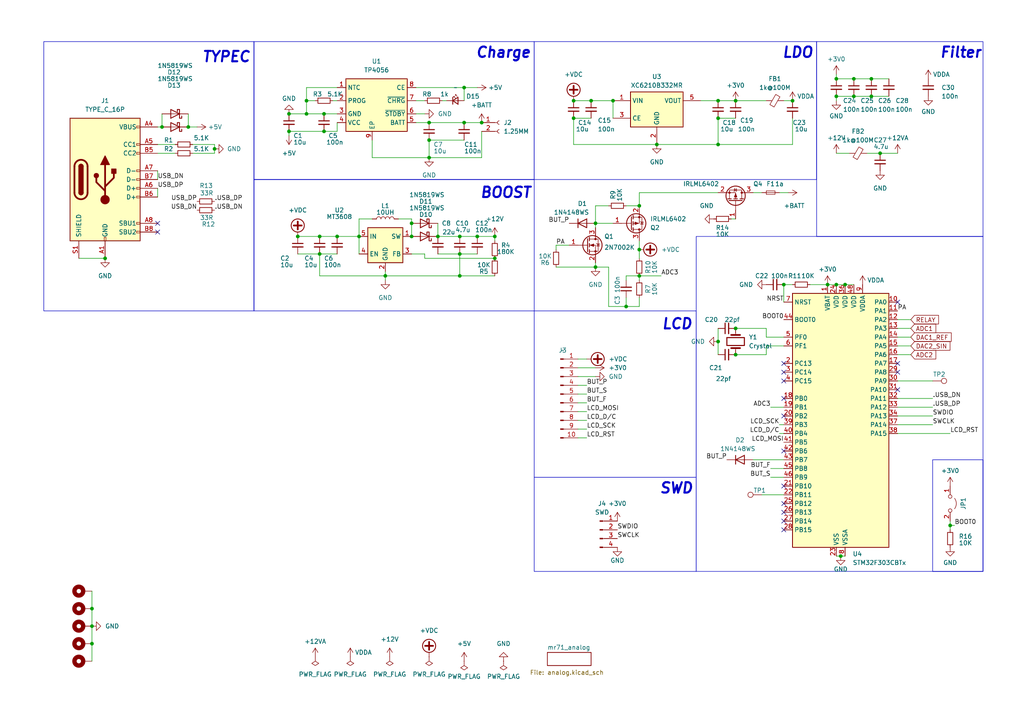
<source format=kicad_sch>
(kicad_sch (version 20231120) (generator "eeschema") (generator_version "8.0")
  (paper "A4")
  (lib_symbols
    (symbol "Battery_Management:TP4056"
      (property "Reference" "U" (at -7.62 8.89 0))
      (property "Value" "TP4056" (at 10.16 8.89 0))
      (symbol "TP4056_1_1"
        (pin input line (at -10.16 5.08 0) (length 2.54) (name "NTC") (number "1"))
        (pin input line (at -10.16 1.27 0) (length 2.54) (name "PROG") (number "2"))
        (pin power_in line (at -10.16 -2.54 0) (length 2.54) (name "GND") (number "3"))
        (pin power_in line (at -10.16 -5.08 0) (length 2.54) (name "VCC") (number "4"))
        (pin power_out line (at 12.7 -5.08 180) (length 2.54) (name "BATT") (number "5"))
        (pin free line (at 12.7 -2.54 180) (length 2.54) (name "~{STDBY}") (number "6"))
        (pin free line (at 12.7 1.27 180) (length 2.54) (name "~{CHRG}") (number "7"))
        (pin input line (at 12.7 5.08 180) (length 2.54) (name "CE") (number "8"))
        (pin input line (at 0 -10.16 90) (length 2.54) (name "EP") (number "9"))
      )
    )
    (symbol "Connector:Conn_01x02_Socket" (pin_names (offset 1.016) hide)
      (property "Reference" "J" (at 0 2.54 0))
      (property "Value" "Conn_01x02_Socket" (at 0 -5.08 0))
      (symbol "Conn_01x02_Socket_1_1"
        (pin passive line (at -5.08 0 0) (length 3.81) (name "Pin_1") (number "1"))
        (pin passive line (at -5.08 -2.54 0) (length 3.81) (name "Pin_2") (number "2"))
      )
    )
    (symbol "Connector:Conn_01x04_Pin" (pin_names (offset 1.016) hide)
      (property "Reference" "J" (at 0 5.08 0))
      (property "Value" "Conn_01x04_Pin" (at 0 -7.62 0))
      (symbol "Conn_01x04_Pin_1_1"
        (pin passive line (at 5.08 2.54 180) (length 3.81) (name "Pin_1") (number "1"))
        (pin passive line (at 5.08 0 180) (length 3.81) (name "Pin_2") (number "2"))
        (pin passive line (at 5.08 -2.54 180) (length 3.81) (name "Pin_3") (number "3"))
        (pin passive line (at 5.08 -5.08 180) (length 3.81) (name "Pin_4") (number "4"))
      )
    )
    (symbol "Connector:Conn_01x10_Pin" (pin_names (offset 1.016) hide)
      (property "Reference" "J" (at 0 12.7 0))
      (property "Value" "Conn_01x10_Pin" (at 0 -15.24 0))
      (symbol "Conn_01x10_Pin_1_1"
        (pin passive line (at 5.08 10.16 180) (length 3.81) (name "Pin_1") (number "1"))
        (pin passive line (at 5.08 -12.7 180) (length 3.81) (name "Pin_10") (number "10"))
        (pin passive line (at 5.08 7.62 180) (length 3.81) (name "Pin_2") (number "2"))
        (pin passive line (at 5.08 5.08 180) (length 3.81) (name "Pin_3") (number "3"))
        (pin passive line (at 5.08 2.54 180) (length 3.81) (name "Pin_4") (number "4"))
        (pin passive line (at 5.08 0 180) (length 3.81) (name "Pin_5") (number "5"))
        (pin passive line (at 5.08 -2.54 180) (length 3.81) (name "Pin_6") (number "6"))
        (pin passive line (at 5.08 -5.08 180) (length 3.81) (name "Pin_7") (number "7"))
        (pin passive line (at 5.08 -7.62 180) (length 3.81) (name "Pin_8") (number "8"))
        (pin passive line (at 5.08 -10.16 180) (length 3.81) (name "Pin_9") (number "9"))
      )
    )
    (symbol "Connector:TestPoint" (pin_numbers hide) (pin_names (offset 0.762) hide)
      (property "Reference" "TP" (at 0 6.858 0))
      (property "Value" "TestPoint" (at 0 5.08 0))
      (symbol "TestPoint_1_1"
        (pin passive line (at 0 0 90) (length 2.54) (name "1") (number "1"))
      )
    )
    (symbol "Connector:USB_C_Receptacle_USB2.0" (pin_names (offset 1.016))
      (property "Reference" "J" (at -10.16 19.05 0))
      (property "Value" "USB_C_Receptacle_USB2.0" (at 19.05 19.05 0))
      (symbol "USB_C_Receptacle_USB2.0_1_1"
        (pin passive line (at 0 -22.86 90) (length 5.08) (name "GND") (number "A1"))
        (pin passive line (at 0 -22.86 90) (length 5.08) hide (name "GND") (number "A12"))
        (pin passive line (at 15.24 15.24 180) (length 5.08) (name "VBUS") (number "A4"))
        (pin bidirectional line (at 15.24 10.16 180) (length 5.08) (name "CC1") (number "A5"))
        (pin bidirectional line (at 15.24 -2.54 180) (length 5.08) (name "D+") (number "A6"))
        (pin bidirectional line (at 15.24 2.54 180) (length 5.08) (name "D-") (number "A7"))
        (pin bidirectional line (at 15.24 -12.7 180) (length 5.08) (name "SBU1") (number "A8"))
        (pin passive line (at 15.24 15.24 180) (length 5.08) hide (name "VBUS") (number "A9"))
        (pin passive line (at 0 -22.86 90) (length 5.08) hide (name "GND") (number "B1"))
        (pin passive line (at 0 -22.86 90) (length 5.08) hide (name "GND") (number "B12"))
        (pin passive line (at 15.24 15.24 180) (length 5.08) hide (name "VBUS") (number "B4"))
        (pin bidirectional line (at 15.24 7.62 180) (length 5.08) (name "CC2") (number "B5"))
        (pin bidirectional line (at 15.24 -5.08 180) (length 5.08) (name "D+") (number "B6"))
        (pin bidirectional line (at 15.24 0 180) (length 5.08) (name "D-") (number "B7"))
        (pin bidirectional line (at 15.24 -15.24 180) (length 5.08) (name "SBU2") (number "B8"))
        (pin passive line (at 15.24 15.24 180) (length 5.08) hide (name "VBUS") (number "B9"))
        (pin passive line (at -7.62 -22.86 90) (length 5.08) (name "SHIELD") (number "S1"))
      )
    )
    (symbol "Device:C_Small" (pin_numbers hide) (pin_names (offset 0.254) hide)
      (property "Reference" "C" (at 0.254 1.778 0))
      (property "Value" "C_Small" (at 0.254 -2.032 0))
      (symbol "C_Small_1_1"
        (pin passive line (at 0 2.54 270) (length 2.032) (name "~") (number "1"))
        (pin passive line (at 0 -2.54 90) (length 2.032) (name "~") (number "2"))
      )
    )
    (symbol "Device:Crystal" (pin_numbers hide) (pin_names (offset 1.016) hide)
      (property "Reference" "Y" (at 0 3.81 0))
      (property "Value" "Crystal" (at 0 -3.81 0))
      (symbol "Crystal_1_1"
        (pin passive line (at -3.81 0 0) (length 1.27) (name "1") (number "1"))
        (pin passive line (at 3.81 0 180) (length 1.27) (name "2") (number "2"))
      )
    )
    (symbol "Device:FerriteBead_Small" (pin_numbers hide) (pin_names (offset 0))
      (property "Reference" "FB" (at 1.905 1.27 0))
      (property "Value" "FerriteBead_Small" (at 1.905 -1.27 0))
      (symbol "FerriteBead_Small_1_1"
        (pin passive line (at 0 2.54 270) (length 1.27) (name "~") (number "1"))
        (pin passive line (at 0 -2.54 90) (length 1.27) (name "~") (number "2"))
      )
    )
    (symbol "Device:Fuse_Small" (pin_numbers hide) (pin_names (offset 0.254) hide)
      (property "Reference" "F" (at 0 -1.524 0))
      (property "Value" "Fuse_Small" (at 0 1.524 0))
      (symbol "Fuse_Small_1_1"
        (pin passive line (at -2.54 0 0) (length 1.27) (name "~") (number "1"))
        (pin passive line (at 2.54 0 180) (length 1.27) (name "~") (number "2"))
      )
    )
    (symbol "Device:L" (pin_numbers hide) (pin_names (offset 1.016) hide)
      (property "Reference" "L" (at -1.27 0 90))
      (property "Value" "L" (at 1.905 0 90))
      (symbol "L_1_1"
        (pin passive line (at 0 3.81 270) (length 1.27) (name "1") (number "1"))
        (pin passive line (at 0 -3.81 90) (length 1.27) (name "2") (number "2"))
      )
    )
    (symbol "Device:LED_Small" (pin_numbers hide) (pin_names (offset 0.254) hide)
      (property "Reference" "D" (at -1.27 3.175 0))
      (property "Value" "LED_Small" (at -4.445 -2.54 0))
      (symbol "LED_Small_1_1"
        (pin passive line (at -2.54 0 0) (length 1.778) (name "K") (number "1"))
        (pin passive line (at 2.54 0 180) (length 1.778) (name "A") (number "2"))
      )
    )
    (symbol "Device:R_Small" (pin_numbers hide) (pin_names (offset 0.254) hide)
      (property "Reference" "R" (at 0.762 0.508 0))
      (property "Value" "R_Small" (at 0.762 -1.016 0))
      (symbol "R_Small_1_1"
        (pin passive line (at 0 2.54 270) (length 0.762) (name "~") (number "1"))
        (pin passive line (at 0 -2.54 90) (length 0.762) (name "~") (number "2"))
      )
    )
    (symbol "Diode:1N4148WS" (pin_numbers hide) (pin_names hide)
      (property "Reference" "D" (at 0 2.54 0))
      (property "Value" "1N4148WS" (at 0 -2.54 0))
      (symbol "1N4148WS_1_1"
        (pin passive line (at -3.81 0 0) (length 2.54) (name "K") (number "1"))
        (pin passive line (at 3.81 0 180) (length 2.54) (name "A") (number "2"))
      )
    )
    (symbol "Diode:1N5819WS" (pin_numbers hide) (pin_names (offset 1.016) hide)
      (property "Reference" "D" (at 0 2.54 0))
      (property "Value" "1N5819WS" (at 0 -2.54 0))
      (symbol "1N5819WS_1_1"
        (pin passive line (at -3.81 0 0) (length 2.54) (name "K") (number "1"))
        (pin passive line (at 3.81 0 180) (length 2.54) (name "A") (number "2"))
      )
    )
    (symbol "Jumper:Jumper_2_Open" (pin_names (offset 0) hide)
      (property "Reference" "JP" (at 0 2.794 0))
      (property "Value" "Jumper_2_Open" (at 0 -2.286 0))
      (symbol "Jumper_2_Open_1_1"
        (pin passive line (at -5.08 0 0) (length 2.54) (name "A") (number "1"))
        (pin passive line (at 5.08 0 180) (length 2.54) (name "B") (number "2"))
      )
    )
    (symbol "MCU_ST_STM32F3:STM32F303CBTx"
      (property "Reference" "U" (at -12.7 39.37 0))
      (property "Value" "STM32F303CBTx" (at 10.16 39.37 0))
      (symbol "STM32F303CBTx_1_1"
        (pin power_in line (at -2.54 40.64 270) (length 2.54) (name "VBAT") (number "1"))
        (pin bidirectional line (at 17.78 35.56 180) (length 2.54) (name "PA0") (number "10"))
        (pin bidirectional line (at 17.78 33.02 180) (length 2.54) (name "PA1") (number "11"))
        (pin bidirectional line (at 17.78 30.48 180) (length 2.54) (name "PA2") (number "12"))
        (pin bidirectional line (at 17.78 27.94 180) (length 2.54) (name "PA3") (number "13"))
        (pin bidirectional line (at 17.78 25.4 180) (length 2.54) (name "PA4") (number "14"))
        (pin bidirectional line (at 17.78 22.86 180) (length 2.54) (name "PA5") (number "15"))
        (pin bidirectional line (at 17.78 20.32 180) (length 2.54) (name "PA6") (number "16"))
        (pin bidirectional line (at 17.78 17.78 180) (length 2.54) (name "PA7") (number "17"))
        (pin bidirectional line (at -15.24 7.62 0) (length 2.54) (name "PB0") (number "18"))
        (pin bidirectional line (at -15.24 5.08 0) (length 2.54) (name "PB1") (number "19"))
        (pin bidirectional line (at -15.24 17.78 0) (length 2.54) (name "PC13") (number "2"))
        (pin bidirectional line (at -15.24 2.54 0) (length 2.54) (name "PB2") (number "20"))
        (pin bidirectional line (at -15.24 -17.78 0) (length 2.54) (name "PB10") (number "21"))
        (pin bidirectional line (at -15.24 -20.32 0) (length 2.54) (name "PB11") (number "22"))
        (pin power_in line (at 0 -38.1 90) (length 2.54) (name "VSS") (number "23"))
        (pin power_in line (at 0 40.64 270) (length 2.54) (name "VDD") (number "24"))
        (pin bidirectional line (at -15.24 -22.86 0) (length 2.54) (name "PB12") (number "25"))
        (pin bidirectional line (at -15.24 -25.4 0) (length 2.54) (name "PB13") (number "26"))
        (pin bidirectional line (at -15.24 -27.94 0) (length 2.54) (name "PB14") (number "27"))
        (pin bidirectional line (at -15.24 -30.48 0) (length 2.54) (name "PB15") (number "28"))
        (pin bidirectional line (at 17.78 15.24 180) (length 2.54) (name "PA8") (number "29"))
        (pin bidirectional line (at -15.24 15.24 0) (length 2.54) (name "PC14") (number "3"))
        (pin bidirectional line (at 17.78 12.7 180) (length 2.54) (name "PA9") (number "30"))
        (pin bidirectional line (at 17.78 10.16 180) (length 2.54) (name "PA10") (number "31"))
        (pin bidirectional line (at 17.78 7.62 180) (length 2.54) (name "PA11") (number "32"))
        (pin bidirectional line (at 17.78 5.08 180) (length 2.54) (name "PA12") (number "33"))
        (pin bidirectional line (at 17.78 2.54 180) (length 2.54) (name "PA13") (number "34"))
        (pin passive line (at 0 -38.1 90) (length 2.54) hide (name "VSS") (number "35"))
        (pin power_in line (at 2.54 40.64 270) (length 2.54) (name "VDD") (number "36"))
        (pin bidirectional line (at 17.78 0 180) (length 2.54) (name "PA14") (number "37"))
        (pin bidirectional line (at 17.78 -2.54 180) (length 2.54) (name "PA15") (number "38"))
        (pin bidirectional line (at -15.24 0 0) (length 2.54) (name "PB3") (number "39"))
        (pin bidirectional line (at -15.24 12.7 0) (length 2.54) (name "PC15") (number "4"))
        (pin bidirectional line (at -15.24 -2.54 0) (length 2.54) (name "PB4") (number "40"))
        (pin bidirectional line (at -15.24 -5.08 0) (length 2.54) (name "PB5") (number "41"))
        (pin bidirectional line (at -15.24 -7.62 0) (length 2.54) (name "PB6") (number "42"))
        (pin bidirectional line (at -15.24 -10.16 0) (length 2.54) (name "PB7") (number "43"))
        (pin input line (at -15.24 30.48 0) (length 2.54) (name "BOOT0") (number "44"))
        (pin bidirectional line (at -15.24 -12.7 0) (length 2.54) (name "PB8") (number "45"))
        (pin bidirectional line (at -15.24 -15.24 0) (length 2.54) (name "PB9") (number "46"))
        (pin passive line (at 0 -38.1 90) (length 2.54) hide (name "VSS") (number "47"))
        (pin power_in line (at 5.08 40.64 270) (length 2.54) (name "VDD") (number "48"))
        (pin bidirectional line (at -15.24 25.4 0) (length 2.54) (name "PF0") (number "5"))
        (pin bidirectional line (at -15.24 22.86 0) (length 2.54) (name "PF1") (number "6"))
        (pin input line (at -15.24 35.56 0) (length 2.54) (name "NRST") (number "7"))
        (pin power_in line (at 2.54 -38.1 90) (length 2.54) (name "VSSA") (number "8"))
        (pin power_in line (at 7.62 40.64 270) (length 2.54) (name "VDDA") (number "9"))
      )
    )
    (symbol "Mechanical:MountingHole_Pad" (pin_numbers hide) (pin_names (offset 1.016) hide)
      (property "Reference" "H" (at 0 6.35 0))
      (property "Value" "MountingHole_Pad" (at 0 4.445 0))
      (symbol "MountingHole_Pad_1_1"
        (pin input line (at 0 -2.54 90) (length 2.54) (name "1") (number "1"))
      )
    )
    (symbol "Regulator_Linear:XC6210B332MR"
      (property "Reference" "U" (at 0 8.89 0))
      (property "Value" "XC6210B332MR" (at 0 6.35 0))
      (symbol "XC6210B332MR_1_1"
        (pin power_in line (at -12.7 2.54 0) (length 5.08) (name "VIN") (number "1"))
        (pin power_in line (at 0 -10.16 90) (length 5.08) (name "GND") (number "2"))
        (pin input line (at -12.7 -2.54 0) (length 5.08) (name "CE") (number "3"))
        (pin no_connect line (at 7.62 -2.54 180) (length 5.08) hide (name "NC") (number "4"))
        (pin power_out line (at 12.7 2.54 180) (length 5.08) (name "VOUT") (number "5"))
      )
    )
    (symbol "Regulator_Switching:MT3608"
      (property "Reference" "U" (at -2.54 8.89 0))
      (property "Value" "MT3608" (at -3.81 6.35 0))
      (symbol "MT3608_1_1"
        (pin passive line (at 7.62 2.54 180) (length 2.54) (name "SW") (number "1"))
        (pin power_in line (at 0 -7.62 90) (length 2.54) (name "GND") (number "2"))
        (pin input line (at 7.62 -2.54 180) (length 2.54) (name "FB") (number "3"))
        (pin input line (at -7.62 -2.54 0) (length 2.54) (name "EN") (number "4"))
        (pin power_in line (at -7.62 2.54 0) (length 2.54) (name "IN") (number "5"))
        (pin no_connect line (at 5.08 0 180) (length 2.54) hide (name "NC") (number "6"))
      )
    )
    (symbol "Transistor_FET:2N7002K" (pin_names hide)
      (property "Reference" "Q" (at 5.08 1.905 0))
      (property "Value" "2N7002K" (at 5.08 0 0))
      (symbol "2N7002K_1_1"
        (pin input line (at -5.08 0 0) (length 2.54) (name "G") (number "1"))
        (pin passive line (at 2.54 -5.08 90) (length 2.54) (name "S") (number "2"))
        (pin passive line (at 2.54 5.08 270) (length 2.54) (name "D") (number "3"))
      )
    )
    (symbol "Transistor_FET:IRLML6402" (pin_names hide)
      (property "Reference" "Q" (at 5.08 1.905 0))
      (property "Value" "IRLML6402" (at 5.08 0 0))
      (symbol "IRLML6402_1_1"
        (pin input line (at -5.08 0 0) (length 2.54) (name "G") (number "1"))
        (pin passive line (at 2.54 -5.08 90) (length 2.54) (name "S") (number "2"))
        (pin passive line (at 2.54 5.08 270) (length 2.54) (name "D") (number "3"))
      )
    )
    (symbol "power:+12V" (power) (pin_names (offset 0))
      (property "Value" "+12V" (at 0 3.556 0))
      (symbol "+12V_1_1"
        (pin power_in line (at 0 0 90) (length 0) hide (name "+12V") (number "1"))
      )
    )
    (symbol "power:+12VA" (power) (pin_names (offset 0))
      (property "Value" "+12VA" (at 0 3.556 0))
      (symbol "+12VA_1_1"
        (pin power_in line (at 0 0 90) (length 0) hide (name "+12VA") (number "1"))
      )
    )
    (symbol "power:+3V0" (power) (pin_names (offset 0))
      (property "Value" "+3V0" (at 0 3.556 0))
      (symbol "+3V0_1_1"
        (pin power_in line (at 0 0 90) (length 0) hide (name "+3V0") (number "1"))
      )
    )
    (symbol "power:+5V" (power) (pin_names (offset 0))
      (property "Value" "+5V" (at 0 3.556 0))
      (symbol "+5V_1_1"
        (pin power_in line (at 0 0 90) (length 0) hide (name "+5V") (number "1"))
      )
    )
    (symbol "power:+BATT" (power) (pin_names (offset 0))
      (property "Value" "+BATT" (at 0 3.556 0))
      (symbol "+BATT_1_1"
        (pin power_in line (at 0 0 90) (length 0) hide (name "+BATT") (number "1"))
      )
    )
    (symbol "power:+VDC" (power) (pin_names (offset 0))
      (property "Value" "+VDC" (at 0 6.35 0))
      (symbol "+VDC_1_1"
        (pin power_in line (at 0 0 90) (length 0) hide (name "+VDC") (number "1"))
      )
    )
    (symbol "power:GND" (power) (pin_names (offset 0))
      (property "Value" "GND" (at 0 -3.81 0))
      (symbol "GND_1_1"
        (pin power_in line (at 0 0 270) (length 0) hide (name "GND") (number "1"))
      )
    )
    (symbol "power:PWR_FLAG" (power) (pin_numbers hide) (pin_names (offset 0) hide)
      (property "Value" "PWR_FLAG" (at 0 3.81 0))
      (symbol "PWR_FLAG_0_0"
        (pin power_out line (at 0 0 90) (length 0) (name "pwr") (number "1"))
      )
    )
    (symbol "power:VDDA" (power) (pin_names (offset 0))
      (property "Value" "VDDA" (at 0 3.81 0))
      (symbol "VDDA_1_1"
        (pin power_in line (at 0 0 90) (length 0) hide (name "VDDA") (number "1"))
      )
    )
  )
  (junction (at 171.45 29.21))
  (junction (at 83.82 38.1))
  (junction (at 127 68.58))
  (junction (at 247.65 22.86))
  (junction (at 172.72 64.77))
  (junction (at 111.76 80.01))
  (junction (at 54.61 36.83))
  (junction (at 208.28 29.21))
  (junction (at 242.57 22.86))
  (junction (at 86.36 68.58))
  (junction (at 83.82 33.02))
  (junction (at 133.35 68.58))
  (junction (at 252.73 22.86))
  (junction (at 92.71 73.66))
  (junction (at 93.98 38.1))
  (junction (at 166.37 29.21))
  (junction (at 62.23 43.18))
  (junction (at 93.98 33.02))
  (junction (at 119.38 68.58))
  (junction (at 185.42 72.39))
  (junction (at 245.11 82.55))
  (junction (at 134.62 35.56))
  (junction (at 139.7 35.56))
  (junction (at 124.46 35.56))
  (junction (at 166.37 34.29))
  (junction (at 190.5 41.91))
  (junction (at 26.67 186.69))
  (junction (at 213.36 102.87))
  (junction (at 92.71 68.58))
  (junction (at 181.61 88.9))
  (junction (at 247.65 27.94))
  (junction (at 213.36 29.21))
  (junction (at 88.9 33.02))
  (junction (at 208.28 99.06))
  (junction (at 243.84 161.29))
  (junction (at 242.57 27.94))
  (junction (at 177.8 29.21))
  (junction (at 185.42 59.69))
  (junction (at 133.35 80.01))
  (junction (at 208.28 34.29))
  (junction (at 124.46 40.64))
  (junction (at 134.62 25.4))
  (junction (at 213.36 95.25))
  (junction (at 88.9 29.21))
  (junction (at 104.14 68.58))
  (junction (at 124.46 45.72))
  (junction (at 229.87 29.21))
  (junction (at 138.43 68.58))
  (junction (at 26.67 176.53))
  (junction (at 240.03 82.55))
  (junction (at 275.59 152.4))
  (junction (at 208.28 41.91))
  (junction (at 172.72 77.47))
  (junction (at 46.99 36.83))
  (junction (at 185.42 80.01))
  (junction (at 26.67 181.61))
  (junction (at 252.73 27.94))
  (junction (at 30.48 74.93))
  (junction (at 242.57 82.55))
  (junction (at 97.79 68.58))
  (junction (at 133.35 73.66))
  (junction (at 143.51 68.58))
  (junction (at 227.33 82.55))
  (junction (at 255.27 44.45))
  (junction (at 143.51 74.93))
  (junction (at 119.38 64.77))
  (no_connect (at 227.33 130.81))
  (no_connect (at 227.33 110.49))
  (no_connect (at 227.33 120.65))
  (no_connect (at 45.72 67.31))
  (no_connect (at 260.35 107.95))
  (no_connect (at 260.35 105.41))
  (no_connect (at 227.33 107.95))
  (no_connect (at 227.33 153.67))
  (no_connect (at 45.72 64.77))
  (no_connect (at 227.33 151.13))
  (no_connect (at 260.35 113.03))
  (no_connect (at 227.33 105.41))
  (no_connect (at 227.33 140.97))
  (no_connect (at 260.35 87.63))
  (no_connect (at 227.33 115.57))
  (no_connect (at 227.33 146.05))
  (no_connect (at 227.33 148.59))
  (wire (pts (xy 208.28 41.91) (xy 208.28 34.29)))
  (wire (pts (xy 218.44 55.88) (xy 220.98 55.88)))
  (wire (pts (xy 167.64 124.46) (xy 170.18 124.46)))
  (wire (pts (xy 124.46 40.64) (xy 134.62 40.64)))
  (wire (pts (xy 54.61 33.02) (xy 54.61 36.83)))
  (wire (pts (xy 166.37 29.21) (xy 171.45 29.21)))
  (wire (pts (xy 161.29 71.12) (xy 165.1 71.12)))
  (wire (pts (xy 46.99 36.83) (xy 45.72 36.83)))
  (wire (pts (xy 223.52 118.11) (xy 227.33 118.11)))
  (wire (pts (xy 127 64.77) (xy 127 68.58)))
  (wire (pts (xy 222.25 97.79) (xy 227.33 97.79)))
  (wire (pts (xy 134.62 25.4) (xy 134.62 29.21)))
  (wire (pts (xy 107.95 63.5) (xy 104.14 63.5)))
  (wire (pts (xy 107.95 40.64) (xy 107.95 45.72)))
  (wire (pts (xy 242.57 27.94) (xy 247.65 27.94)))
  (wire (pts (xy 57.15 36.83) (xy 54.61 36.83)))
  (wire (pts (xy 185.42 88.9) (xy 181.61 88.9)))
  (wire (pts (xy 115.57 63.5) (xy 119.38 63.5)))
  (wire (pts (xy 45.72 44.45) (xy 50.8 44.45)))
  (wire (pts (xy 185.42 55.88) (xy 185.42 59.69)))
  (wire (pts (xy 227.33 100.33) (xy 222.25 100.33)))
  (wire (pts (xy 172.72 77.47) (xy 172.72 76.2)))
  (wire (pts (xy 96.52 29.21) (xy 97.79 29.21)))
  (wire (pts (xy 191.77 80.01) (xy 185.42 80.01)))
  (wire (pts (xy 185.42 69.85) (xy 185.42 72.39)))
  (wire (pts (xy 190.5 41.91) (xy 208.28 41.91)))
  (wire (pts (xy 181.61 80.01) (xy 185.42 80.01)))
  (wire (pts (xy 222.25 100.33) (xy 222.25 102.87)))
  (wire (pts (xy 170.18 119.38) (xy 167.64 119.38)))
  (wire (pts (xy 92.71 68.58) (xy 97.79 68.58)))
  (wire (pts (xy 172.72 59.69) (xy 176.53 59.69)))
  (wire (pts (xy 222.25 102.87) (xy 213.36 102.87)))
  (wire (pts (xy 161.29 77.47) (xy 172.72 77.47)))
  (wire (pts (xy 45.72 41.91) (xy 50.8 41.91)))
  (wire (pts (xy 86.36 73.66) (xy 92.71 73.66)))
  (wire (pts (xy 234.95 82.55) (xy 240.03 82.55)))
  (wire (pts (xy 139.7 38.1) (xy 139.7 45.72)))
  (wire (pts (xy 203.2 29.21) (xy 208.28 29.21)))
  (wire (pts (xy 124.46 35.56) (xy 134.62 35.56)))
  (wire (pts (xy 128.27 29.21) (xy 129.54 29.21)))
  (wire (pts (xy 181.61 81.28) (xy 181.61 80.01)))
  (wire (pts (xy 185.42 81.28) (xy 185.42 80.01)))
  (wire (pts (xy 143.51 68.58) (xy 143.51 69.85)))
  (wire (pts (xy 119.38 63.5) (xy 119.38 64.77)))
  (wire (pts (xy 166.37 41.91) (xy 190.5 41.91)))
  (wire (pts (xy 133.35 73.66) (xy 133.35 80.01)))
  (wire (pts (xy 45.72 54.61) (xy 45.72 57.15)))
  (wire (pts (xy 243.84 161.29) (xy 245.11 161.29)))
  (wire (pts (xy 93.98 33.02) (xy 97.79 33.02)))
  (wire (pts (xy 123.19 73.66) (xy 123.19 74.93)))
  (wire (pts (xy 91.44 29.21) (xy 88.9 29.21)))
  (wire (pts (xy 247.65 27.94) (xy 252.73 27.94)))
  (wire (pts (xy 252.73 27.94) (xy 257.81 27.94)))
  (wire (pts (xy 223.52 138.43) (xy 227.33 138.43)))
  (wire (pts (xy 260.35 110.49) (xy 270.51 110.49)))
  (wire (pts (xy 264.16 97.79) (xy 260.35 97.79)))
  (wire (pts (xy 119.38 73.66) (xy 123.19 73.66)))
  (wire (pts (xy 242.57 21.59) (xy 242.57 22.86)))
  (wire (pts (xy 111.76 80.01) (xy 111.76 78.74)))
  (wire (pts (xy 260.35 118.11) (xy 270.51 118.11)))
  (wire (pts (xy 222.25 95.25) (xy 222.25 97.79)))
  (wire (pts (xy 213.36 95.25) (xy 222.25 95.25)))
  (wire (pts (xy 260.35 120.65) (xy 270.51 120.65)))
  (wire (pts (xy 127 73.66) (xy 133.35 73.66)))
  (wire (pts (xy 167.64 109.22) (xy 172.72 109.22)))
  (wire (pts (xy 170.18 114.3) (xy 167.64 114.3)))
  (wire (pts (xy 46.99 33.02) (xy 46.99 36.83)))
  (wire (pts (xy 55.88 41.91) (xy 62.23 41.91)))
  (wire (pts (xy 247.65 22.86) (xy 252.73 22.86)))
  (wire (pts (xy 111.76 80.01) (xy 133.35 80.01)))
  (wire (pts (xy 181.61 59.69) (xy 185.42 59.69)))
  (wire (pts (xy 229.87 82.55) (xy 227.33 82.55)))
  (wire (pts (xy 139.7 45.72) (xy 124.46 45.72)))
  (wire (pts (xy 177.8 29.21) (xy 177.8 34.29)))
  (wire (pts (xy 275.59 125.73) (xy 260.35 125.73)))
  (wire (pts (xy 26.67 186.69) (xy 26.67 191.77)))
  (wire (pts (xy 166.37 41.91) (xy 166.37 34.29)))
  (wire (pts (xy 161.29 72.39) (xy 161.29 71.12)))
  (wire (pts (xy 176.53 77.47) (xy 172.72 77.47)))
  (wire (pts (xy 264.16 100.33) (xy 260.35 100.33)))
  (wire (pts (xy 83.82 38.1) (xy 93.98 38.1)))
  (wire (pts (xy 97.79 35.56) (xy 97.79 38.1)))
  (wire (pts (xy 167.64 106.68) (xy 172.72 106.68)))
  (wire (pts (xy 127 68.58) (xy 133.35 68.58)))
  (wire (pts (xy 104.14 63.5) (xy 104.14 68.58)))
  (wire (pts (xy 242.57 161.29) (xy 243.84 161.29)))
  (wire (pts (xy 83.82 39.37) (xy 83.82 38.1)))
  (wire (pts (xy 97.79 38.1) (xy 93.98 38.1)))
  (wire (pts (xy 133.35 80.01) (xy 143.51 80.01)))
  (wire (pts (xy 208.28 95.25) (xy 208.28 99.06)))
  (wire (pts (xy 22.86 74.93) (xy 30.48 74.93)))
  (wire (pts (xy 170.18 104.14) (xy 167.64 104.14)))
  (wire (pts (xy 213.36 29.21) (xy 222.25 29.21)))
  (wire (pts (xy 185.42 88.9) (xy 185.42 86.36)))
  (wire (pts (xy 181.61 86.36) (xy 181.61 88.9)))
  (wire (pts (xy 92.71 80.01) (xy 92.71 73.66)))
  (wire (pts (xy 167.64 127) (xy 170.18 127)))
  (wire (pts (xy 171.45 29.21) (xy 177.8 29.21)))
  (wire (pts (xy 138.43 68.58) (xy 143.51 68.58)))
  (wire (pts (xy 252.73 22.86) (xy 257.81 22.86)))
  (wire (pts (xy 240.03 82.55) (xy 242.57 82.55)))
  (wire (pts (xy 242.57 44.45) (xy 246.38 44.45)))
  (wire (pts (xy 138.43 25.4) (xy 134.62 25.4)))
  (wire (pts (xy 166.37 34.29) (xy 171.45 34.29)))
  (wire (pts (xy 177.8 64.77) (xy 172.72 64.77)))
  (wire (pts (xy 134.62 25.4) (xy 120.65 25.4)))
  (wire (pts (xy 255.27 44.45) (xy 260.35 44.45)))
  (wire (pts (xy 275.59 151.13) (xy 275.59 152.4)))
  (wire (pts (xy 133.35 68.58) (xy 138.43 68.58)))
  (wire (pts (xy 111.76 81.28) (xy 111.76 80.01)))
  (wire (pts (xy 88.9 33.02) (xy 93.98 33.02)))
  (wire (pts (xy 172.72 64.77) (xy 172.72 59.69)))
  (wire (pts (xy 26.67 171.45) (xy 26.67 176.53)))
  (wire (pts (xy 226.06 55.88) (xy 228.6 55.88)))
  (wire (pts (xy 45.72 49.53) (xy 45.72 52.07)))
  (wire (pts (xy 92.71 80.01) (xy 111.76 80.01)))
  (wire (pts (xy 264.16 102.87) (xy 260.35 102.87)))
  (wire (pts (xy 264.16 95.25) (xy 260.35 95.25)))
  (wire (pts (xy 170.18 111.76) (xy 167.64 111.76)))
  (wire (pts (xy 119.38 64.77) (xy 119.38 68.58)))
  (wire (pts (xy 62.23 41.91) (xy 62.23 43.18)))
  (wire (pts (xy 97.79 68.58) (xy 104.14 68.58)))
  (wire (pts (xy 167.64 121.92) (xy 170.18 121.92)))
  (wire (pts (xy 227.33 29.21) (xy 229.87 29.21)))
  (wire (pts (xy 242.57 82.55) (xy 245.11 82.55)))
  (wire (pts (xy 223.52 135.89) (xy 227.33 135.89)))
  (wire (pts (xy 134.62 35.56) (xy 139.7 35.56)))
  (wire (pts (xy 275.59 152.4) (xy 276.86 152.4)))
  (wire (pts (xy 133.35 73.66) (xy 138.43 73.66)))
  (wire (pts (xy 208.28 34.29) (xy 213.36 34.29)))
  (wire (pts (xy 104.14 68.58) (xy 104.14 73.66)))
  (wire (pts (xy 123.19 33.02) (xy 120.65 33.02)))
  (wire (pts (xy 83.82 33.02) (xy 88.9 33.02)))
  (wire (pts (xy 242.57 29.21) (xy 242.57 27.94)))
  (wire (pts (xy 107.95 45.72) (xy 124.46 45.72)))
  (wire (pts (xy 97.79 25.4) (xy 88.9 25.4)))
  (wire (pts (xy 86.36 68.58) (xy 92.71 68.58)))
  (wire (pts (xy 251.46 44.45) (xy 255.27 44.45)))
  (wire (pts (xy 88.9 25.4) (xy 88.9 29.21)))
  (wire (pts (xy 220.98 143.51) (xy 227.33 143.51)))
  (wire (pts (xy 260.35 123.19) (xy 270.51 123.19)))
  (wire (pts (xy 208.28 29.21) (xy 213.36 29.21)))
  (wire (pts (xy 92.71 73.66) (xy 97.79 73.66)))
  (wire (pts (xy 229.87 34.29) (xy 229.87 41.91)))
  (wire (pts (xy 26.67 181.61) (xy 26.67 186.69)))
  (wire (pts (xy 218.44 133.35) (xy 227.33 133.35)))
  (wire (pts (xy 260.35 115.57) (xy 270.51 115.57)))
  (wire (pts (xy 226.06 125.73) (xy 227.33 125.73)))
  (wire (pts (xy 181.61 88.9) (xy 176.53 88.9)))
  (wire (pts (xy 170.18 116.84) (xy 167.64 116.84)))
  (wire (pts (xy 176.53 77.47) (xy 176.53 88.9)))
  (wire (pts (xy 62.23 43.18) (xy 62.23 44.45)))
  (wire (pts (xy 208.28 55.88) (xy 185.42 55.88)))
  (wire (pts (xy 226.06 123.19) (xy 227.33 123.19)))
  (wire (pts (xy 55.88 44.45) (xy 62.23 44.45)))
  (wire (pts (xy 212.09 63.5) (xy 213.36 63.5)))
  (wire (pts (xy 227.33 82.55) (xy 227.33 87.63)))
  (wire (pts (xy 275.59 152.4) (xy 275.59 153.67)))
  (wire (pts (xy 208.28 99.06) (xy 208.28 102.87)))
  (wire (pts (xy 245.11 82.55) (xy 247.65 82.55)))
  (wire (pts (xy 242.57 22.86) (xy 247.65 22.86)))
  (wire (pts (xy 88.9 29.21) (xy 88.9 33.02)))
  (wire (pts (xy 172.72 64.77) (xy 172.72 66.04)))
  (wire (pts (xy 264.16 92.71) (xy 260.35 92.71)))
  (wire (pts (xy 185.42 72.39) (xy 185.42 74.93)))
  (wire (pts (xy 120.65 35.56) (xy 124.46 35.56)))
  (wire (pts (xy 229.87 41.91) (xy 208.28 41.91)))
  (wire (pts (xy 120.65 29.21) (xy 123.19 29.21)))
  (wire (pts (xy 123.19 74.93) (xy 143.51 74.93)))
  (wire (pts (xy 124.46 40.64) (xy 124.46 45.72)))
  (wire (pts (xy 26.67 176.53) (xy 26.67 181.61)))
  (rectangle (start 201.93 68.58) (end 285.115 165.735))
  (rectangle (start 270.51 133.35) (end 285.115 165.735))
  (rectangle (start 154.94 12.065) (end 236.855 52.07))
  (rectangle (start 73.66 52.07) (end 154.94 90.17))
  (rectangle (start 154.94 138.43) (end 201.93 165.735))
  (rectangle (start 73.66 12.065) (end 154.94 52.07))
  (rectangle (start 12.7 12.065) (end 73.66 90.17))
  (rectangle (start 154.94 90.17) (end 201.93 138.43))
  (rectangle (start 236.855 12.065) (end 285.115 68.58))
  (text "SWD" (at 191.135 143.51 0) (effects (font (size 3 3) (bold yes) (italic yes)) (justify left bottom)))
  (text "BOOST\n" (at 139.065 57.785 0) (effects (font (size 3 3) (thickness 0.6) (bold yes) (italic yes)) (justify left bottom)))
  (text "TYPEC" (at 58.42 18.415 0) (effects (font (size 3 3) (thickness 0.6) (bold yes) (italic yes)) (justify left bottom)))
  (text "LDO" (at 226.695 17.145 0) (effects (font (size 3 3) (bold yes) (italic yes)) (justify left bottom)))
  (text "Charge" (at 137.795 17.145 0) (effects (font (size 3 3) (bold yes) (italic yes)) (justify left bottom)))
  (text "Filter" (at 272.415 17.145 0) (effects (font (size 3 3) (bold yes) (italic yes)) (justify left bottom)))
  (text "LCD" (at 191.77 95.885 0) (effects (font (size 3 3) (bold yes) (italic yes)) (justify left bottom)))
  (label "BUT_S" (at 223.52 138.43 180))
  (label "BUT_P" (at 165.1 64.77 180))
  (label "SWDIO" (at 179.07 153.67 0))
  (label ".USB_DP" (at 270.51 118.11 0))
  (label "PA" (at 260.35 90.17 0))
  (label "BUT_P" (at 170.18 111.76 0))
  (label "LCD_SCK" (at 226.06 123.19 180))
  (label "BOOT0" (at 227.33 92.71 180))
  (label "LCD_D{slash}C" (at 170.18 121.92 0))
  (label "LCD_D{slash}C" (at 226.06 125.73 180))
  (label "USB_DP" (at 45.72 54.61 0))
  (label "SWCLK" (at 179.07 156.21 0))
  (label "BUT_F" (at 223.52 135.89 180))
  (label "SWDIO" (at 270.51 120.65 0))
  (label ".USB_DN" (at 270.51 115.57 0))
  (label "ADC3" (at 191.77 80.01 0))
  (label "LCD_MOSI" (at 170.18 119.38 0))
  (label ".USB_DP" (at 62.23 58.42 0))
  (label "BUT_S" (at 170.18 114.3 0))
  (label "USB_DP" (at 57.15 58.42 180))
  (label "LCD_RST" (at 170.18 127 0))
  (label "ADC3" (at 223.52 118.11 180))
  (label "NRST" (at 227.33 87.63 180))
  (label "LCD_RST" (at 275.59 125.73 0))
  (label "LCD_MOSI" (at 227.33 128.27 180))
  (label "PA" (at 161.29 71.12 0))
  (label "USB_DN" (at 57.15 60.96 180))
  (label "SWCLK" (at 270.51 123.19 0))
  (label "LCD_SCK" (at 170.18 124.46 0))
  (label ".USB_DN" (at 62.23 60.96 0))
  (label "BUT_P" (at 210.82 133.35 180))
  (label "USB_DN" (at 45.72 52.07 0))
  (label "BOOT0" (at 276.86 152.4 0))
  (label "BUT_F" (at 170.18 116.84 0))
  (global_label "DAC2_SIN" (shape input) (at 264.16 100.33 0) (property "Intersheetrefs" "${INTERSHEET_REFS}" (effects (hide yes))))
  (global_label "ADC2" (shape input) (at 264.16 102.87 0) (property "Intersheetrefs" "${INTERSHEET_REFS}" (effects (hide yes))))
  (global_label "DAC1_REF" (shape input) (at 264.16 97.79 0) (property "Intersheetrefs" "${INTERSHEET_REFS}" (effects (hide yes))))
  (global_label "RELAY" (shape input) (at 264.16 92.71 0) (property "Intersheetrefs" "${INTERSHEET_REFS}" (effects (hide yes))))
  (global_label "ADC1" (shape input) (at 264.16 95.25 0) (property "Intersheetrefs" "${INTERSHEET_REFS}" (effects (hide yes))))
  (symbol (lib_id "Device:R_Small") (at 125.73 29.21 90) (unit 1)
    (property "Reference" "R8" (at 123.825 27.305 90))
    (property "Value" "1k" (at 128.905 27.305 90))
    (property "Footprint" "Resistor_SMD:R_0603_1608Metric" (effects (hide yes)))
  )
  (symbol (lib_id "power:GND") (at 190.5 41.91 0) (unit 1)
    (property "Reference" "#PWR030" (effects (hide yes)))
    (property "Value" "GND" (at 190.5 46.99 0))
  )
  (symbol (lib_id "power:GND") (at 222.25 82.55 270) (unit 1)
    (property "Reference" "#PWR035" (effects (hide yes)))
    (property "Value" "GND" (at 218.44 82.55 90) (effects (justify right)))
  )
  (symbol (lib_id "Mechanical:MountingHole_Pad") (at 24.13 176.53 90) (unit 1)
    (property "Reference" "H1" (effects (hide yes)))
    (property "Value" "MountingHole_Pad" (effects (hide yes)))
    (property "Footprint" "MountingHole:MountingHole_3.2mm_M3_Pad_Via" (effects (hide yes)))
  )
  (symbol (lib_id "Device:C_Small") (at 166.37 31.75 0) (unit 1)
    (property "Reference" "C14" (at 167.64 35.56 0) (effects (justify left)))
    (property "Value" "10u" (at 167.005 37.465 0) (effects (justify left)))
    (property "Footprint" "Capacitor_SMD:C_0603_1608Metric" (effects (hide yes)))
  )
  (symbol (lib_id "power:+12V") (at 113.03 190.5 0) (unit 1)
    (property "Reference" "#PWR010" (effects (hide yes)))
    (property "Value" "+12V" (at 113.03 185.42 0))
  )
  (symbol (lib_id "power:+5V") (at 138.43 25.4 270) (unit 1)
    (property "Reference" "#PWR011" (effects (hide yes)))
    (property "Value" "+5V" (at 141.605 25.4 90) (effects (justify left)))
  )
  (symbol (lib_id "power:+VDC") (at 185.42 72.39 270) (unit 1)
    (property "Reference" "#PWR028" (effects (hide yes)))
    (property "Value" "+VDC" (at 191.77 72.39 90) (effects (justify left)))
  )
  (symbol (lib_id "Diode:1N4148WS") (at 168.91 64.77 0) (unit 1)
    (property "Reference" "D1" (at 168.91 59.055 0))
    (property "Value" "1N4148WS" (at 165.735 61.595 0))
    (property "Footprint" "Diode_SMD:D_SOD-323" (effects (hide yes)))
    (property "Datasheet" "https://www.vishay.com/docs/85751/1n4148ws.pdf" (effects (hide yes)))
    (property "Sim.Device" "D" (effects (hide yes)))
    (property "Sim.Pins" "1=K 2=A" (effects (hide yes)))
  )
  (symbol (lib_id "power:GND") (at 123.19 33.02 90) (unit 1)
    (property "Reference" "#PWR012" (effects (hide yes)))
    (property "Value" "GND" (at 127 33.02 90) (effects (justify right)))
  )
  (symbol (lib_id "power:+VDC") (at 170.18 104.14 270) (unit 1)
    (property "Reference" "#PWR021" (effects (hide yes)))
    (property "Value" "+VDC" (at 176.53 104.14 90) (effects (justify left)))
  )
  (symbol (lib_id "power:+VDC") (at 124.46 190.5 0) (unit 1)
    (property "Reference" "#PWR014" (effects (hide yes)))
    (property "Value" "+VDC" (at 124.46 182.88 0))
  )
  (symbol (lib_id "power:+3V0") (at 213.36 29.21 0) (unit 1)
    (property "Reference" "#PWR032" (effects (hide yes)))
    (property "Value" "+3V0" (at 213.36 24.765 0))
  )
  (symbol (lib_id "Diode:1N5819WS") (at 50.8 36.83 180) (unit 1)
    (property "Reference" "D13" (at 50.4825 24.765 0))
    (property "Value" "1N5819WS" (at 50.8 22.86 0))
    (property "Footprint" "Diode_SMD:D_SOD-323" (effects (hide yes)))
    (property "Datasheet" "https://datasheet.lcsc.com/lcsc/2204281430_Guangdong-Hottech-1N5819WS_C191023.pdf" (effects (hide yes)))
  )
  (symbol (lib_id "Diode:1N5819WS") (at 50.8 33.02 180) (unit 1)
    (property "Reference" "D12" (at 50.4825 20.955 0))
    (property "Value" "1N5819WS" (at 50.8 19.05 0))
    (property "Footprint" "Diode_SMD:D_SOD-323" (effects (hide yes)))
    (property "Datasheet" "https://datasheet.lcsc.com/lcsc/2204281430_Guangdong-Hottech-1N5819WS_C191023.pdf" (effects (hide yes)))
  )
  (symbol (lib_id "power:VDDA") (at 101.6 190.5 0) (unit 1)
    (property "Reference" "#PWR08" (effects (hide yes)))
    (property "Value" "VDDA" (at 105.41 189.23 0))
  )
  (symbol (lib_id "power:GND") (at 172.72 109.22 90) (unit 1)
    (property "Reference" "#PWR023" (effects (hide yes)))
    (property "Value" "GND" (at 176.53 109.22 90) (effects (justify right)))
  )
  (symbol (lib_id "Connector:Conn_01x02_Socket") (at 144.78 35.56 0) (unit 1)
    (property "Reference" "J2" (at 146.05 35.56 0) (effects (justify left)))
    (property "Value" "1.25MM" (at 146.05 38.1 0) (effects (justify left)))
    (property "Footprint" "Battery:Battery_1x18650_smd" (effects (hide yes)))
  )
  (symbol (lib_id "Device:C_Small") (at 210.82 102.87 90) (unit 1)
    (property "Reference" "C21" (at 209.55 106.68 90) (effects (justify left)))
    (property "Value" "22pf" (at 212.09 109.855 90) (effects (justify left)))
    (property "Footprint" "Capacitor_SMD:C_0402_1005Metric_Pad0.74x0.62mm_HandSolder" (effects (hide yes)))
  )
  (symbol (lib_id "Device:C_Small") (at 247.65 25.4 0) (unit 1)
    (property "Reference" "C25" (at 249.555 29.21 0) (effects (justify left)))
    (property "Value" "100n" (at 249.555 31.75 0) (effects (justify left)))
    (property "Footprint" "Capacitor_SMD:C_0603_1608Metric" (effects (hide yes)))
  )
  (symbol (lib_id "Mechanical:MountingHole_Pad") (at 24.13 171.45 90) (unit 1)
    (property "Reference" "H5" (effects (hide yes)))
    (property "Value" "MountingHole_Pad" (effects (hide yes)))
    (property "Footprint" "MountingHole:MountingHole_3.2mm_M3_Pad_Via" (effects (hide yes)))
  )
  (symbol (lib_id "power:+3V0") (at 240.03 82.55 0) (unit 1)
    (property "Reference" "#PWR037" (effects (hide yes)))
    (property "Value" "+3V0" (at 240.03 78.105 0))
  )
  (symbol (lib_id "power:GND") (at 26.67 181.61 90) (unit 1)
    (property "Reference" "#PWR031" (effects (hide yes)))
    (property "Value" "GND" (at 30.48 181.61 90) (effects (justify right)))
  )
  (symbol (lib_id "power:GND") (at 83.82 33.02 180) (unit 1)
    (property "Reference" "#PWR04" (effects (hide yes)))
    (property "Value" "GND" (at 83.82 28.575 0))
  )
  (symbol (lib_id "Device:R_Small") (at 53.34 41.91 90) (unit 1)
    (property "Reference" "R1" (at 48.895 40.64 90))
    (property "Value" "5.1K" (at 58.42 40.005 90))
    (property "Footprint" "Resistor_SMD:R_0603_1608Metric" (effects (hide yes)))
  )
  (symbol (lib_id "Device:C_Small") (at 255.27 46.99 0) (unit 1)
    (property "Reference" "C27" (at 253.365 40.64 0) (effects (justify left)))
    (property "Value" "4.7u" (at 253.365 42.545 0) (effects (justify left)))
    (property "Footprint" "Capacitor_SMD:C_0603_1608Metric" (effects (hide yes)))
  )
  (symbol (lib_id "Connector:TestPoint") (at 270.51 110.49 270) (unit 1)
    (property "Reference" "TP2" (at 272.415 108.585 90))
    (property "Value" "TestPoint" (effects (hide yes)))
    (property "Footprint" "TestPoint:TestPoint_Pad_D1.5mm" (effects (hide yes)))
  )
  (symbol (lib_id "power:+12VA") (at 91.44 190.5 0) (unit 1)
    (property "Reference" "#PWR07" (effects (hide yes)))
    (property "Value" "+12VA" (at 91.44 186.055 0))
  )
  (symbol (lib_id "Device:R_Small") (at 185.42 77.47 180) (unit 1)
    (property "Reference" "R10" (at 187.96 77.47 90))
    (property "Value" "10K" (at 189.865 77.47 90))
    (property "Footprint" "Resistor_SMD:R_0603_1608Metric" (effects (hide yes)))
  )
  (symbol (lib_id "power:GND") (at 243.84 161.29 0) (unit 1)
    (property "Reference" "#PWR041" (effects (hide yes)))
    (property "Value" "GND" (at 243.84 165.1 0))
  )
  (symbol (lib_id "Device:C_Small") (at 171.45 31.75 0) (unit 1)
    (property "Reference" "C15" (at 173.355 34.925 0) (effects (justify left)))
    (property "Value" "100n" (at 173.355 37.465 0) (effects (justify left)))
    (property "Footprint" "Capacitor_SMD:C_0603_1608Metric" (effects (hide yes)))
  )
  (symbol (lib_id "power:GND") (at 146.05 191.77 180) (unit 1)
    (property "Reference" "#PWR018" (effects (hide yes)))
    (property "Value" "GND" (at 146.05 186.69 0))
  )
  (symbol (lib_id "power:+12V") (at 143.51 68.58 0) (unit 1)
    (property "Reference" "#PWR017" (effects (hide yes)))
    (property "Value" "+12V" (at 143.51 63.5 0))
  )
  (symbol (lib_id "power:+3V0") (at 242.57 21.59 0) (unit 1)
    (property "Reference" "#PWR039" (effects (hide yes)))
    (property "Value" "+3V0" (at 242.57 17.145 0))
  )
  (symbol (lib_id "Device:Crystal") (at 213.36 99.06 90) (unit 1)
    (property "Reference" "Y1" (at 217.17 97.79 90) (effects (justify right)))
    (property "Value" "Crystal" (at 217.17 100.33 90) (effects (justify right)))
    (property "Footprint" "Crystal:Crystal_HC49-4H_Vertical" (effects (hide yes)))
  )
  (symbol (lib_id "Device:C_Small") (at 224.79 82.55 90) (unit 1)
    (property "Reference" "C22" (at 222.885 80.01 90) (effects (justify left)))
    (property "Value" "100n" (at 228.6 80.01 90) (effects (justify left)))
    (property "Footprint" "Capacitor_SMD:C_0603_1608Metric" (effects (hide yes)))
  )
  (symbol (lib_id "power:+VDC") (at 86.36 68.58 0) (unit 1)
    (property "Reference" "#PWR06" (effects (hide yes)))
    (property "Value" "+VDC" (at 86.36 60.96 0))
  )
  (symbol (lib_id "Device:R_Small") (at 143.51 77.47 180) (unit 1)
    (property "Reference" "R5" (at 140.335 78.74 0))
    (property "Value" "10K" (at 140.335 76.835 0))
    (property "Footprint" "Resistor_SMD:R_0603_1608Metric" (effects (hide yes)))
  )
  (symbol (lib_id "power:+5V") (at 134.62 191.77 0) (unit 1)
    (property "Reference" "#PWR015" (effects (hide yes)))
    (property "Value" "+5V" (at 134.62 186.69 0))
  )
  (symbol (lib_id "Device:R_Small") (at 275.59 156.21 180) (unit 1)
    (property "Reference" "R16" (at 280.035 155.575 0))
    (property "Value" "10K" (at 280.035 157.48 0))
    (property "Footprint" "Resistor_SMD:R_0603_1608Metric" (effects (hide yes)))
  )
  (symbol (lib_id "power:GND") (at 172.72 77.47 0) (unit 1)
    (property "Reference" "#PWR020" (effects (hide yes)))
    (property "Value" "GND" (at 172.72 82.55 0))
  )
  (symbol (lib_id "Device:C_Small") (at 269.24 25.4 0) (unit 1)
    (property "Reference" "C30" (at 273.05 25.4 0) (effects (justify left)))
    (property "Value" "100n" (at 273.05 27.94 0) (effects (justify left)))
    (property "Footprint" "Capacitor_SMD:C_0603_1608Metric" (effects (hide yes)))
  )
  (symbol (lib_id "Device:C_Small") (at 127 71.12 0) (unit 1)
    (property "Reference" "C8" (at 130.81 64.77 0) (effects (justify right)))
    (property "Value" "22u" (at 128.27 67.31 0) (effects (justify left)))
    (property "Footprint" "Capacitor_SMD:C_1206_3216Metric" (effects (hide yes)))
  )
  (symbol (lib_id "Device:R_Small") (at 185.42 83.82 180) (unit 1)
    (property "Reference" "R7" (at 187.96 83.82 90))
    (property "Value" "10K" (at 189.865 83.82 90))
    (property "Footprint" "Resistor_SMD:R_0603_1608Metric" (effects (hide yes)))
  )
  (symbol (lib_id "power:+3V0") (at 172.72 106.68 270) (unit 1)
    (property "Reference" "#PWR022" (effects (hide yes)))
    (property "Value" "+3V0" (at 176.53 106.68 90) (effects (justify left)))
  )
  (symbol (lib_id "Battery_Management:TP4056") (at 107.95 30.48 0) (unit 1)
    (property "Reference" "U1" (at 109.22 17.78 0))
    (property "Value" "TP4056" (at 109.22 20.32 0))
    (property "Footprint" "Package_SO:SOIC-8-1EP_3.9x4.9mm_P1.27mm_EP2.41x3.3mm_ThermalVias" (effects (hide yes)))
  )
  (symbol (lib_id "power:GND") (at 269.24 27.94 0) (unit 1)
    (property "Reference" "#PWR046" (effects (hide yes)))
    (property "Value" "GND" (at 269.24 32.385 0))
  )
  (symbol (lib_id "power:+3V0") (at 179.07 151.13 0) (unit 1)
    (property "Reference" "#PWR025" (effects (hide yes)))
    (property "Value" "+3V0" (at 179.07 146.05 0))
  )
  (symbol (lib_id "Device:R_Small") (at 161.29 74.93 180) (unit 1)
    (property "Reference" "R6" (at 158.115 76.2 0))
    (property "Value" "10K" (at 158.115 74.295 0))
    (property "Footprint" "Resistor_SMD:R_0603_1608Metric" (effects (hide yes)))
  )
  (symbol (lib_id "Connector:Conn_01x04_Pin") (at 173.99 153.67 0) (unit 1)
    (property "Reference" "J4" (at 174.625 146.05 0))
    (property "Value" "SWD" (at 174.625 148.59 0))
    (property "Footprint" "Connector_PinHeader_2.54mm:PinHeader_1x04_P2.54mm_Vertical" (effects (hide yes)))
  )
  (symbol (lib_id "power:GND") (at 207.01 63.5 270) (unit 1)
    (property "Reference" "#PWR029" (effects (hide yes)))
    (property "Value" "GND" (at 207.01 59.69 90) (effects (justify right)))
  )
  (symbol (lib_id "Device:LED_Small") (at 132.08 29.21 0) (unit 1)
    (property "Reference" "D15" (at 137.16 27.94 0))
    (property "Value" "~" (at 132.1435 25.4 0))
    (property "Footprint" "LED_SMD:LED_0603_1608Metric_Pad1.05x0.95mm_HandSolder" (effects (hide yes)))
  )
  (symbol (lib_id "Device:C_Small") (at 213.36 31.75 0) (unit 1)
    (property "Reference" "C19" (at 214.63 34.925 0) (effects (justify left)))
    (property "Value" "100n" (at 213.995 37.465 0) (effects (justify left)))
    (property "Footprint" "Capacitor_SMD:C_0603_1608Metric" (effects (hide yes)))
  )
  (symbol (lib_id "Device:C_Small") (at 252.73 25.4 0) (unit 1)
    (property "Reference" "C26" (at 254.635 29.21 0) (effects (justify left)))
    (property "Value" "100n" (at 254.635 31.75 0) (effects (justify left)))
    (property "Footprint" "Capacitor_SMD:C_0603_1608Metric" (effects (hide yes)))
  )
  (symbol (lib_id "power:GND") (at 124.46 45.72 0) (unit 1)
    (property "Reference" "#PWR013" (effects (hide yes)))
    (property "Value" "GND" (at 124.46 50.8 0))
  )
  (symbol (lib_id "Device:C_Small") (at 124.46 38.1 0) (unit 1)
    (property "Reference" "C7" (at 125.73 41.91 0) (effects (justify left)))
    (property "Value" "10u" (at 125.73 43.815 0) (effects (justify left)))
    (property "Footprint" "Capacitor_SMD:C_0603_1608Metric" (effects (hide yes)))
  )
  (symbol (lib_id "Device:R_Small") (at 209.55 63.5 90) (unit 1)
    (property "Reference" "R14" (at 209.55 66.04 90))
    (property "Value" "10K" (at 209.55 67.945 90))
    (property "Footprint" "Resistor_SMD:R_0603_1608Metric" (effects (hide yes)))
  )
  (symbol (lib_id "power:+12V") (at 242.57 44.45 0) (unit 1)
    (property "Reference" "#PWR038" (effects (hide yes)))
    (property "Value" "+12V" (at 242.57 40.005 0))
  )
  (symbol (lib_id "Regulator_Switching:MT3608") (at 111.76 71.12 0) (unit 1)
    (property "Reference" "U2" (at 98.425 60.96 0))
    (property "Value" "MT3608" (at 98.425 62.865 0))
    (property "Footprint" "Package_TO_SOT_SMD:SOT-23-6" (effects (hide yes)))
    (property "Datasheet" "https://www.olimex.com/Products/Breadboarding/BB-PWR-3608/resources/MT3608.pdf" (effects (hide yes)))
  )
  (symbol (lib_id "Device:C_Small") (at 133.35 71.12 0) (unit 1)
    (property "Reference" "C10" (at 132.08 64.77 0) (effects (justify left)))
    (property "Value" "4.7u" (at 132.08 66.675 0) (effects (justify left)))
    (property "Footprint" "Capacitor_SMD:C_0603_1608Metric" (effects (hide yes)))
  )
  (symbol (lib_id "Connector:Conn_01x10_Pin") (at 162.56 114.3 0) (unit 1)
    (property "Reference" "J3" (at 163.195 101.6 0))
    (property "Value" "~" (at 163.195 101.6 0))
    (property "Footprint" "Connector_PinHeader_2.54mm:PinHeader_1x10_P2.54mm_Vertical" (effects (hide yes)))
  )
  (symbol (lib_id "Device:R_Small") (at 232.41 82.55 90) (unit 1)
    (property "Reference" "R11" (at 230.505 80.01 90))
    (property "Value" "10K" (at 234.315 80.01 90))
    (property "Footprint" "Resistor_SMD:R_0603_1608Metric" (effects (hide yes)))
  )
  (symbol (lib_id "Device:R_Small") (at 59.69 60.96 270) (unit 1)
    (property "Reference" "R12" (at 60.452 65.024 90))
    (property "Value" "33R" (at 59.944 63.119 90))
    (property "Footprint" "Resistor_SMD:R_0402_1005Metric_Pad0.72x0.64mm_HandSolder" (effects (hide yes)))
  )
  (symbol (lib_id "power:GND") (at 111.76 81.28 0) (unit 1)
    (property "Reference" "#PWR09" (effects (hide yes)))
    (property "Value" "GND" (at 111.76 86.36 0))
  )
  (symbol (lib_id "Device:C_Small") (at 93.98 35.56 0) (unit 1)
    (property "Reference" "C5" (at 95.25 39.37 0) (effects (justify left)))
    (property "Value" "100n" (at 94.615 41.275 0) (effects (justify left)))
    (property "Footprint" "Capacitor_SMD:C_0603_1608Metric" (effects (hide yes)))
  )
  (symbol (lib_id "Device:FerriteBead_Small") (at 248.92 44.45 90) (unit 1)
    (property "Reference" "FB2" (at 248.8819 38.1 90))
    (property "Value" "1k@100M" (at 248.8819 40.64 90))
    (property "Footprint" "Inductor_SMD:L_0805_2012Metric" (effects (hide yes)))
  )
  (symbol (lib_id "Jumper:Jumper_2_Open") (at 275.59 146.05 270) (unit 1)
    (property "Reference" "JP1" (at 279.4 146.05 0))
    (property "Value" "Jumper_2_Open" (effects (hide yes)))
    (property "Footprint" "Connector_PinHeader_1.27mm:PinHeader_1x02_P1.27mm_Vertical" (effects (hide yes)))
  )
  (symbol (lib_id "power:VDDA") (at 229.87 29.21 0) (unit 1)
    (property "Reference" "#PWR036" (effects (hide yes)))
    (property "Value" "VDDA" (at 233.68 27.94 0))
  )
  (symbol (lib_id "power:GND") (at 179.07 158.75 0) (unit 1)
    (property "Reference" "#PWR026" (effects (hide yes)))
    (property "Value" "GND" (at 179.07 162.56 0))
  )
  (symbol (lib_id "Device:C_Small") (at 138.43 71.12 0) (unit 1)
    (property "Reference" "C12" (at 137.795 64.77 0) (effects (justify left)))
    (property "Value" "100n" (at 137.795 66.675 0) (effects (justify left)))
    (property "Footprint" "Capacitor_SMD:C_0603_1608Metric" (effects (hide yes)))
  )
  (symbol (lib_id "Mechanical:MountingHole_Pad") (at 24.13 191.77 90) (unit 1)
    (property "Reference" "H4" (effects (hide yes)))
    (property "Value" "MountingHole_Pad" (effects (hide yes)))
    (property "Footprint" "MountingHole:MountingHole_3.2mm_M3_Pad_Via" (effects (hide yes)))
  )
  (symbol (lib_id "power:PWR_FLAG") (at 146.05 191.77 180) (unit 1)
    (property "Reference" "#FLG06" (effects (hide yes)))
    (property "Value" "PWR_FLAG" (at 146.05 196.215 0))
  )
  (symbol (lib_id "Device:L") (at 111.76 63.5 90) (unit 1)
    (property "Reference" "L1" (at 111.76 59.69 90))
    (property "Value" "10UH" (at 111.76 61.595 90))
    (property "Footprint" "Inductor_SMD:L_Changjiang_FNR4020S" (effects (hide yes)))
  )
  (symbol (lib_id "Transistor_FET:IRLML6402") (at 213.36 58.42 270) (mirror x) (unit 1)
    (property "Reference" "Q4" (at 218.44 53.34 90) (effects (justify left)))
    (property "Value" "IRLML6402" (at 198.12 53.34 90) (effects (justify left)))
    (property "Footprint" "Package_TO_SOT_SMD:SOT-23" (effects (hide yes)))
    (property "Datasheet" "https://www.infineon.com/dgdl/irlml6402pbf.pdf?fileId=5546d462533600a401535668d5c2263c" (effects (hide yes)))
  )
  (symbol (lib_id "Regulator_Linear:XC6210B332MR") (at 190.5 31.75 0) (unit 1)
    (property "Reference" "U3" (at 190.5 22.225 0))
    (property "Value" "XC6210B332MR" (at 190.5 24.765 0))
    (property "Footprint" "Package_TO_SOT_SMD:SOT-23-5" (effects (hide yes)))
    (property "Datasheet" "https://www.torexsemi.com/file/xc6210/XC6210.pdf" (effects (hide yes)))
  )
  (symbol (lib_id "power:VDDA") (at 269.24 22.86 0) (unit 1)
    (property "Reference" "#PWR045" (effects (hide yes)))
    (property "Value" "VDDA" (at 273.05 21.59 0))
  )
  (symbol (lib_id "Device:C_Small") (at 86.36 71.12 0) (unit 1)
    (property "Reference" "C2" (at 81.28 74.93 0) (effects (justify left)))
    (property "Value" "10u" (at 81.28 76.835 0) (effects (justify left)))
    (property "Footprint" "Capacitor_SMD:C_0603_1608Metric" (effects (hide yes)))
  )
  (symbol (lib_id "Device:C_Small") (at 97.79 71.12 0) (unit 1)
    (property "Reference" "C6" (at 93.98 74.93 0) (effects (justify left)))
    (property "Value" "100n" (at 93.98 76.835 0) (effects (justify left)))
    (property "Footprint" "Capacitor_SMD:C_0603_1608Metric" (effects (hide yes)))
  )
  (symbol (lib_id "Device:C_Small") (at 83.82 35.56 0) (unit 1)
    (property "Reference" "C1" (at 85.09 39.37 0) (effects (justify left)))
    (property "Value" "10u" (at 85.09 41.275 0) (effects (justify left)))
    (property "Footprint" "Capacitor_SMD:C_0603_1608Metric" (effects (hide yes)))
  )
  (symbol (lib_id "power:+3V0") (at 275.59 140.97 0) (unit 1)
    (property "Reference" "#PWR047" (effects (hide yes)))
    (property "Value" "+3V0" (at 275.59 136.525 0))
  )
  (symbol (lib_id "power:+5V") (at 83.82 39.37 180) (unit 1)
    (property "Reference" "#PWR05" (effects (hide yes)))
    (property "Value" "+5V" (at 83.82 44.45 0))
  )
  (symbol (lib_id "Device:R_Small") (at 143.51 72.39 0) (unit 1)
    (property "Reference" "R4" (at 146.685 71.12 0))
    (property "Value" "180K" (at 146.685 73.025 0))
    (property "Footprint" "Resistor_SMD:R_0603_1608Metric" (effects (hide yes)))
  )
  (symbol (lib_id "power:PWR_FLAG") (at 134.62 191.77 180) (unit 1)
    (property "Reference" "#FLG05" (effects (hide yes)))
    (property "Value" "PWR_FLAG" (at 134.62 196.215 0))
  )
  (symbol (lib_id "Device:Fuse_Small") (at 223.52 55.88 0) (unit 1)
    (property "Reference" "F1" (at 223.52 53.34 0))
    (property "Value" "1a" (at 226.06 53.34 0))
    (property "Footprint" "Fuse:Fuse_1206_3216Metric" (effects (hide yes)))
  )
  (symbol (lib_id "Device:C_Small") (at 181.61 83.82 180) (unit 1)
    (property "Reference" "C3" (at 179.07 85.725 90) (effects (justify left)))
    (property "Value" "100n" (at 179.07 80.01 90) (effects (justify left)))
    (property "Footprint" "Capacitor_SMD:C_0603_1608Metric" (effects (hide yes)))
  )
  (symbol (lib_id "Mechanical:MountingHole_Pad") (at 24.13 186.69 90) (unit 1)
    (property "Reference" "H3" (effects (hide yes)))
    (property "Value" "MountingHole_Pad" (effects (hide yes)))
    (property "Footprint" "MountingHole:MountingHole_3.2mm_M3_Pad_Via" (effects (hide yes)))
  )
  (symbol (lib_id "Device:C_Small") (at 208.28 31.75 0) (unit 1)
    (property "Reference" "C18" (at 209.55 35.56 0) (effects (justify left)))
    (property "Value" "10u" (at 208.915 37.465 0) (effects (justify left)))
    (property "Footprint" "Capacitor_SMD:C_0603_1608Metric" (effects (hide yes)))
  )
  (symbol (lib_id "power:+VDC") (at 166.37 29.21 0) (unit 1)
    (property "Reference" "#PWR019" (effects (hide yes)))
    (property "Value" "+VDC" (at 166.37 21.59 0))
  )
  (symbol (lib_id "power:PWR_FLAG") (at 101.6 190.5 180) (unit 1)
    (property "Reference" "#FLG02" (effects (hide yes)))
    (property "Value" "PWR_FLAG" (at 101.6 195.58 0))
  )
  (symbol (lib_id "power:GND") (at 255.27 49.53 0) (unit 1)
    (property "Reference" "#PWR043" (effects (hide yes)))
    (property "Value" "GND" (at 255.27 54.61 0))
  )
  (symbol (lib_id "Device:R_Small") (at 59.69 58.42 270) (unit 1)
    (property "Reference" "R13" (at 59.817 53.848 90))
    (property "Value" "33R" (at 59.944 56.007 90))
    (property "Footprint" "Resistor_SMD:R_0402_1005Metric_Pad0.72x0.64mm_HandSolder" (effects (hide yes)))
  )
  (symbol (lib_id "Diode:1N5819WS") (at 123.19 64.77 180) (unit 1)
    (property "Reference" "D11" (at 123.5075 58.42 0))
    (property "Value" "1N5819WS" (at 123.825 56.515 0))
    (property "Footprint" "Diode_SMD:D_SOD-323" (effects (hide yes)))
    (property "Datasheet" "https://datasheet.lcsc.com/lcsc/2204281430_Guangdong-Hottech-1N5819WS_C191023.pdf" (effects (hide yes)))
  )
  (symbol (lib_id "Device:FerriteBead_Small") (at 224.79 29.21 90) (unit 1)
    (property "Reference" "FB1" (at 224.7519 22.86 90))
    (property "Value" "1k@100M" (at 224.7519 25.4 90))
    (property "Footprint" "Inductor_SMD:L_0805_2012Metric" (effects (hide yes)))
  )
  (symbol (lib_id "Mechanical:MountingHole_Pad") (at 24.13 181.61 90) (unit 1)
    (property "Reference" "H2" (effects (hide yes)))
    (property "Value" "MountingHole_Pad" (effects (hide yes)))
    (property "Footprint" "MountingHole:MountingHole_3.2mm_M3_Pad_Via" (effects (hide yes)))
  )
  (symbol (lib_id "power:PWR_FLAG") (at 91.44 190.5 180) (unit 1)
    (property "Reference" "#FLG01" (effects (hide yes)))
    (property "Value" "PWR_FLAG" (at 91.44 195.58 0))
  )
  (symbol (lib_id "Diode:1N4148WS") (at 214.63 133.35 0) (unit 1)
    (property "Reference" "D2" (at 214.63 127.635 0))
    (property "Value" "1N4148WS" (at 213.995 130.175 0))
    (property "Footprint" "Diode_SMD:D_SOD-323" (effects (hide yes)))
    (property "Datasheet" "https://www.vishay.com/docs/85751/1n4148ws.pdf" (effects (hide yes)))
    (property "Sim.Device" "D" (effects (hide yes)))
    (property "Sim.Pins" "1=K 2=A" (effects (hide yes)))
  )
  (symbol (lib_id "power:+12VA") (at 260.35 44.45 0) (unit 1)
    (property "Reference" "#PWR044" (effects (hide yes)))
    (property "Value" "+12VA" (at 260.35 40.005 0))
  )
  (symbol (lib_id "Device:C_Small") (at 210.82 95.25 90) (unit 1)
    (property "Reference" "C20" (at 208.28 92.71 90) (effects (justify left)))
    (property "Value" "22pf" (at 214.63 92.71 90) (effects (justify left)))
    (property "Footprint" "Capacitor_SMD:C_0402_1005Metric_Pad0.74x0.62mm_HandSolder" (effects (hide yes)))
  )
  (symbol (lib_id "Device:C_Small") (at 92.71 71.12 0) (unit 1)
    (property "Reference" "C4" (at 88.265 74.93 0) (effects (justify left)))
    (property "Value" "10u" (at 88.265 76.835 0) (effects (justify left)))
    (property "Footprint" "Capacitor_SMD:C_0603_1608Metric" (effects (hide yes)))
  )
  (symbol (lib_id "Device:R_Small") (at 93.98 29.21 90) (unit 1)
    (property "Reference" "R3" (at 92.075 27.305 90))
    (property "Value" "5.1K" (at 97.155 27.305 90))
    (property "Footprint" "Resistor_SMD:R_0603_1608Metric" (effects (hide yes)))
  )
  (symbol (lib_id "power:+BATT") (at 228.6 55.88 270) (unit 1)
    (property "Reference" "#PWR027" (effects (hide yes)))
    (property "Value" "+BATT" (at 227.33 59.69 90) (effects (justify left)))
  )
  (symbol (lib_id "Connector:TestPoint") (at 220.98 143.51 90) (unit 1)
    (property "Reference" "TP1" (at 220.345 142.24 90))
    (property "Value" "TestPoint" (effects (hide yes)))
    (property "Footprint" "TestPoint:TestPoint_Pad_D1.5mm" (effects (hide yes)))
  )
  (symbol (lib_id "power:GND") (at 242.57 29.21 0) (unit 1)
    (property "Reference" "#PWR040" (effects (hide yes)))
    (property "Value" "GND" (at 242.57 33.655 0))
  )
  (symbol (lib_id "power:PWR_FLAG") (at 113.03 190.5 180) (unit 1)
    (property "Reference" "#FLG03" (effects (hide yes)))
    (property "Value" "PWR_FLAG" (at 113.03 195.58 0))
  )
  (symbol (lib_id "Transistor_FET:IRLML6402") (at 182.88 64.77 0) (mirror x) (unit 1)
    (property "Reference" "Q2" (at 188.595 66.04 0) (effects (justify left)))
    (property "Value" "IRLML6402" (at 188.595 63.5 0) (effects (justify left)))
    (property "Footprint" "Package_TO_SOT_SMD:SOT-23" (effects (hide yes)))
    (property "Datasheet" "https://www.infineon.com/dgdl/irlml6402pbf.pdf?fileId=5546d462533600a401535668d5c2263c" (effects (hide yes)))
  )
  (symbol (lib_id "Device:C_Small") (at 134.62 38.1 0) (unit 1)
    (property "Reference" "C11" (at 134.62 41.91 0) (effects (justify left)))
    (property "Value" "100n" (at 134.62 43.815 0) (effects (justify left)))
    (property "Footprint" "Capacitor_SMD:C_0603_1608Metric" (effects (hide yes)))
  )
  (symbol (lib_id "power:+5V") (at 57.15 36.83 270) (unit 1)
    (property "Reference" "#PWR02" (effects (hide yes)))
    (property "Value" "+5V" (at 60.325 36.83 90) (effects (justify left)))
  )
  (symbol (lib_id "Device:R_Small") (at 53.34 44.45 90) (unit 1)
    (property "Reference" "R2" (at 48.895 43.18 90))
    (property "Value" "5.1K" (at 58.42 43.18 90))
    (property "Footprint" "Resistor_SMD:R_0603_1608Metric" (effects (hide yes)))
  )
  (symbol (lib_id "MCU_ST_STM32F3:STM32F303CBTx") (at 242.57 123.19 0) (unit 1)
    (property "Reference" "U4" (at 247.3041 160.655 0) (effects (justify left)))
    (property "Value" "STM32F303CBTx" (at 247.3041 163.195 0) (effects (justify left)))
    (property "Footprint" "Package_QFP:LQFP-48_7x7mm_P0.5mm" (effects (hide yes)))
    (property "Datasheet" "https://www.st.com/resource/en/datasheet/stm32f303cb.pdf" (effects (hide yes)))
  )
  (symbol (lib_id "Device:R_Small") (at 179.07 59.69 90) (unit 1)
    (property "Reference" "R9" (at 177.8 56.515 0))
    (property "Value" "10K" (at 179.705 56.515 0))
    (property "Footprint" "Resistor_SMD:R_0603_1608Metric" (effects (hide yes)))
  )
  (symbol (lib_id "Transistor_FET:2N7002K") (at 170.18 71.12 0) (unit 1)
    (property "Reference" "Q1" (at 175.26 68.58 0) (effects (justify left)))
    (property "Value" "2N7002K" (at 175.26 71.755 0) (effects (justify left)))
    (property "Footprint" "Package_TO_SOT_SMD:SOT-23" (effects (hide yes)))
    (property "Datasheet" "https://www.diodes.com/assets/Datasheets/ds30896.pdf" (effects (hide yes)))
  )
  (symbol (lib_id "Diode:1N5819WS") (at 123.19 68.58 180) (unit 1)
    (property "Reference" "D10" (at 123.5075 62.23 0))
    (property "Value" "1N5819WS" (at 123.825 60.325 0))
    (property "Footprint" "Diode_SMD:D_SOD-323" (effects (hide yes)))
    (property "Datasheet" "https://datasheet.lcsc.com/lcsc/2204281430_Guangdong-Hottech-1N5819WS_C191023.pdf" (effects (hide yes)))
  )
  (symbol (lib_id "power:VDDA") (at 250.19 82.55 0) (unit 1)
    (property "Reference" "#PWR042" (effects (hide yes)))
    (property "Value" "VDDA" (at 254 81.28 0))
  )
  (symbol (lib_id "power:GND") (at 30.48 74.93 0) (unit 1)
    (property "Reference" "#PWR01" (effects (hide yes)))
    (property "Value" "GND" (at 30.48 80.01 0))
  )
  (symbol (lib_id "Device:C_Small") (at 242.57 25.4 0) (unit 1)
    (property "Reference" "C24" (at 244.475 29.21 0) (effects (justify left)))
    (property "Value" "100n" (at 244.475 31.75 0) (effects (justify left)))
    (property "Footprint" "Capacitor_SMD:C_0603_1608Metric" (effects (hide yes)))
  )
  (symbol (lib_id "power:GND") (at 62.23 43.18 90) (unit 1)
    (property "Reference" "#PWR03" (effects (hide yes)))
    (property "Value" "GND" (at 65.8529 43.18 90) (effects (justify right)))
  )
  (symbol (lib_id "Device:C_Small") (at 229.87 31.75 0) (unit 1)
    (property "Reference" "C23" (at 229.87 35.56 0) (effects (justify left)))
    (property "Value" "10u" (at 230.505 37.465 0) (effects (justify left)))
    (property "Footprint" "Capacitor_SMD:C_0603_1608Metric" (effects (hide yes)))
  )
  (symbol (lib_id "power:GND") (at 208.28 99.06 270) (unit 1)
    (property "Reference" "#PWR024" (effects (hide yes)))
    (property "Value" "GND" (at 204.47 99.06 90) (effects (justify right)))
  )
  (symbol (lib_id "power:PWR_FLAG") (at 124.46 190.5 180) (unit 1)
    (property "Reference" "#FLG04" (effects (hide yes)))
    (property "Value" "PWR_FLAG" (at 124.46 195.58 0))
  )
  (symbol (lib_id "Device:C_Small") (at 257.81 25.4 0) (unit 1)
    (property "Reference" "C28" (at 259.715 29.21 0) (effects (justify left)))
    (property "Value" "100n" (at 259.715 31.75 0) (effects (justify left)))
    (property "Footprint" "Capacitor_SMD:C_0603_1608Metric" (effects (hide yes)))
  )
  (symbol (lib_id "Connector:USB_C_Receptacle_USB2.0") (at 30.48 52.07 0) (unit 1)
    (property "Reference" "J1" (at 30.48 29.21 0))
    (property "Value" "TYPE_C_16P" (at 30.48 31.75 0))
    (property "Footprint" "Connector_USB:USB_C_Receptacle_HCTL_HC-TYPE-C-16P-01A" (effects (hide yes)))
    (property "Datasheet" "https://www.usb.org/sites/default/files/documents/usb_type-c.zip" (effects (hide yes)))
  )
  (symbol (lib_id "power:GND") (at 275.59 158.75 0) (unit 1)
    (property "Reference" "#PWR048" (effects (hide yes)))
    (property "Value" "GND" (at 275.59 163.195 0))
  )
  (symbol (lib_id "power:+BATT") (at 139.7 35.56 0) (unit 1)
    (property "Reference" "#PWR016" (effects (hide yes)))
    (property "Value" "+BATT" (at 139.7 30.48 0))
  )
  (sheet (at 158.75 189.23) (size 12.7 3.81) (stroke (width 0.1524))
    (property "Sheetname" "mr71_analog" (at 158.75 188.5184 0) (effects (justify left bottom)))
    (property "Sheetfile" "analog.kicad_sch" (at 153.67 194.31 0) (effects (justify left top)))
  )
)
</source>
